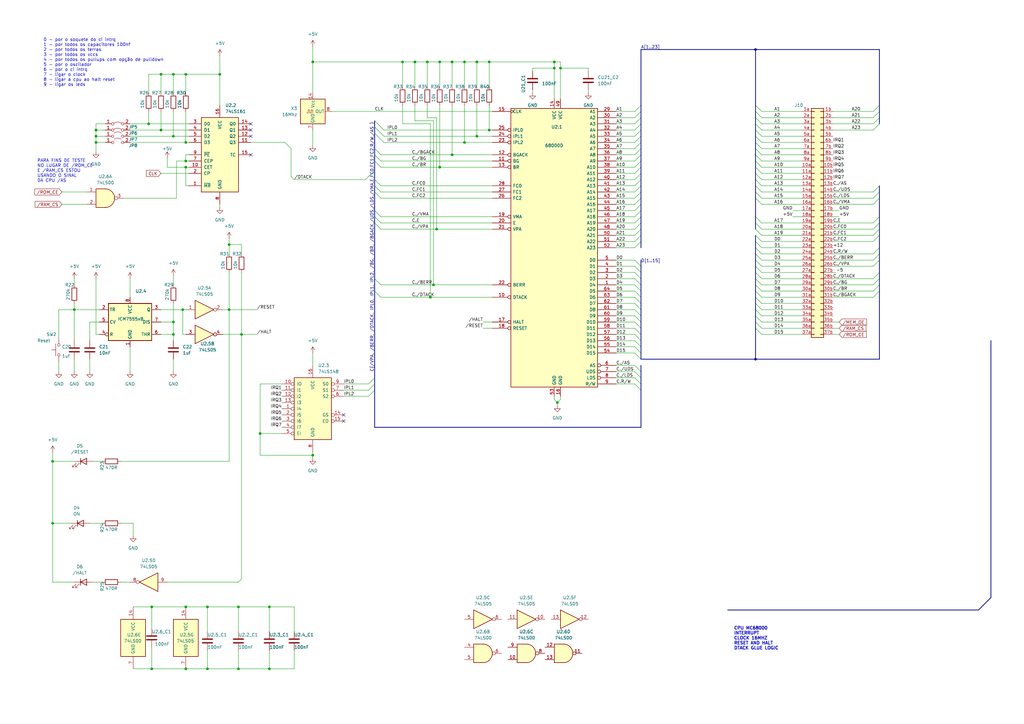
<source format=kicad_sch>
(kicad_sch (version 20230121) (generator eeschema)
  (paper "A3")
  (junction (at 309.88 147.32))
  (junction (at 76.2 68.58))
  (junction (at 128.27 186.69))
  (junction (at 180.34 68.58))
  (junction (at 200.66 25.4))
  (junction (at 170.18 25.4))
  (junction (at 106.68 177.8))
  (junction (at 74.93 127))
  (junction (at 71.12 137.16))
  (junction (at 90.17 30.48))
  (junction (at 93.98 127))
  (junction (at 177.8 116.84))
  (junction (at 93.98 100.33))
  (junction (at 227.33 27.94))
  (junction (at 185.42 63.5))
  (junction (at 62.23 248.92))
  (junction (at 76.2 248.92))
  (junction (at 128.27 25.4))
  (junction (at 76.2 274.32))
  (junction (at 39.37 53.34))
  (junction (at 62.23 274.32))
  (junction (at 229.87 27.94))
  (junction (at 76.2 58.42))
  (junction (at 110.49 274.32))
  (junction (at 190.5 58.42))
  (junction (at 85.09 248.92))
  (junction (at 39.37 58.42))
  (junction (at 176.53 121.92))
  (junction (at 175.26 25.4))
  (junction (at 195.58 25.4))
  (junction (at 76.2 30.48))
  (junction (at 227.33 25.4))
  (junction (at 60.96 50.8))
  (junction (at 97.79 248.92))
  (junction (at 71.12 30.48))
  (junction (at 165.1 25.4))
  (junction (at 185.42 25.4))
  (junction (at 21.59 214.63))
  (junction (at 21.59 189.23))
  (junction (at 99.06 137.16))
  (junction (at 190.5 25.4))
  (junction (at 200.66 53.34))
  (junction (at 71.12 132.08))
  (junction (at 179.07 93.98))
  (junction (at 71.12 55.88))
  (junction (at 195.58 55.88))
  (junction (at 76.2 66.04))
  (junction (at 228.6 165.1))
  (junction (at 97.79 274.32))
  (junction (at 309.88 20.32))
  (junction (at 180.34 25.4))
  (junction (at 66.04 30.48))
  (junction (at 66.04 53.34))
  (junction (at 39.37 55.88))
  (junction (at 110.49 248.92))
  (junction (at 85.09 274.32))
  (junction (at 30.48 127))
  (no_connect (at 102.87 63.5))
  (no_connect (at 102.87 55.88))
  (no_connect (at 140.97 172.72))
  (no_connect (at 140.97 170.18))
  (no_connect (at 102.87 50.8))
  (no_connect (at 102.87 53.34))
  (bus_entry (at 309.88 76.2) (size 2.54 2.54))
  (bus_entry (at 309.88 66.04) (size 2.54 2.54))
  (bus_entry (at 262.89 50.8) (size -2.54 2.54))
  (bus_entry (at 153.67 49.53) (size 2.54 2.54))
  (bus_entry (at 309.88 99.06) (size 2.54 2.54))
  (bus_entry (at 309.88 96.52) (size 2.54 2.54))
  (bus_entry (at 153.67 114.3) (size 2.54 2.54))
  (bus_entry (at 262.89 137.16) (size -2.54 -2.54))
  (bus_entry (at 153.67 88.9) (size 2.54 2.54))
  (bus_entry (at 153.67 52.07) (size 2.54 2.54))
  (bus_entry (at 309.88 60.96) (size 2.54 2.54))
  (bus_entry (at 309.88 132.08) (size 2.54 2.54))
  (bus_entry (at 309.88 78.74) (size 2.54 2.54))
  (bus_entry (at 262.89 147.32) (size -2.54 -2.54))
  (bus_entry (at 262.89 73.66) (size -2.54 2.54))
  (bus_entry (at 360.68 106.68) (size -2.54 2.54))
  (bus_entry (at 262.89 91.44) (size -2.54 2.54))
  (bus_entry (at 360.68 119.38) (size -2.54 2.54))
  (bus_entry (at 309.88 91.44) (size 2.54 2.54))
  (bus_entry (at 309.88 119.38) (size 2.54 2.54))
  (bus_entry (at 360.68 81.28) (size -2.54 2.54))
  (bus_entry (at 262.89 154.94) (size -2.54 -2.54))
  (bus_entry (at 309.88 63.5) (size 2.54 2.54))
  (bus_entry (at 153.67 86.36) (size 2.54 2.54))
  (bus_entry (at 153.67 78.74) (size 2.54 2.54))
  (bus_entry (at 153.67 157.48) (size -2.54 2.54))
  (bus_entry (at 262.89 88.9) (size -2.54 2.54))
  (bus_entry (at 309.88 106.68) (size 2.54 2.54))
  (bus_entry (at 309.88 127) (size 2.54 2.54))
  (bus_entry (at 262.89 114.3) (size -2.54 -2.54))
  (bus_entry (at 309.88 48.26) (size 2.54 2.54))
  (bus_entry (at 360.68 91.44) (size -2.54 2.54))
  (bus_entry (at 262.89 152.4) (size -2.54 -2.54))
  (bus_entry (at 262.89 60.96) (size -2.54 2.54))
  (bus_entry (at 262.89 119.38) (size -2.54 -2.54))
  (bus_entry (at 153.67 60.96) (size 2.54 2.54))
  (bus_entry (at 262.89 55.88) (size -2.54 2.54))
  (bus_entry (at 360.68 101.6) (size -2.54 2.54))
  (bus_entry (at 309.88 45.72) (size 2.54 2.54))
  (bus_entry (at 262.89 93.98) (size -2.54 2.54))
  (bus_entry (at 309.88 129.54) (size 2.54 2.54))
  (bus_entry (at 262.89 132.08) (size -2.54 -2.54))
  (bus_entry (at 309.88 43.18) (size 2.54 2.54))
  (bus_entry (at 153.67 73.66) (size 2.54 2.54))
  (bus_entry (at 153.67 63.5) (size 2.54 2.54))
  (bus_entry (at 262.89 116.84) (size -2.54 -2.54))
  (bus_entry (at 309.88 73.66) (size 2.54 2.54))
  (bus_entry (at 309.88 121.92) (size 2.54 2.54))
  (bus_entry (at 262.89 109.22) (size -2.54 -2.54))
  (bus_entry (at 360.68 50.8) (size -2.54 2.54))
  (bus_entry (at 262.89 127) (size -2.54 -2.54))
  (bus_entry (at 360.68 96.52) (size -2.54 2.54))
  (bus_entry (at 309.88 58.42) (size 2.54 2.54))
  (bus_entry (at 262.89 58.42) (size -2.54 2.54))
  (bus_entry (at 262.89 81.28) (size -2.54 2.54))
  (bus_entry (at 309.88 104.14) (size 2.54 2.54))
  (bus_entry (at 153.67 160.02) (size -2.54 2.54))
  (bus_entry (at 262.89 78.74) (size -2.54 2.54))
  (bus_entry (at 360.68 93.98) (size -2.54 2.54))
  (bus_entry (at 262.89 142.24) (size -2.54 -2.54))
  (bus_entry (at 309.88 55.88) (size 2.54 2.54))
  (bus_entry (at 360.68 76.2) (size -2.54 2.54))
  (bus_entry (at 262.89 53.34) (size -2.54 2.54))
  (bus_entry (at 360.68 78.74) (size -2.54 2.54))
  (bus_entry (at 262.89 124.46) (size -2.54 -2.54))
  (bus_entry (at 153.67 66.04) (size 2.54 2.54))
  (bus_entry (at 262.89 134.62) (size -2.54 -2.54))
  (bus_entry (at 309.88 109.22) (size 2.54 2.54))
  (bus_entry (at 309.88 81.28) (size 2.54 2.54))
  (bus_entry (at 309.88 114.3) (size 2.54 2.54))
  (bus_entry (at 262.89 86.36) (size -2.54 2.54))
  (bus_entry (at 262.89 83.82) (size -2.54 2.54))
  (bus_entry (at 153.67 91.44) (size 2.54 2.54))
  (bus_entry (at 262.89 144.78) (size -2.54 -2.54))
  (bus_entry (at 309.88 71.12) (size 2.54 2.54))
  (bus_entry (at 262.89 68.58) (size -2.54 2.54))
  (bus_entry (at 309.88 124.46) (size 2.54 2.54))
  (bus_entry (at 262.89 76.2) (size -2.54 2.54))
  (bus_entry (at 309.88 53.34) (size 2.54 2.54))
  (bus_entry (at 262.89 99.06) (size -2.54 2.54))
  (bus_entry (at 153.67 154.94) (size -2.54 2.54))
  (bus_entry (at 262.89 129.54) (size -2.54 -2.54))
  (bus_entry (at 360.68 104.14) (size -2.54 2.54))
  (bus_entry (at 309.88 88.9) (size 2.54 2.54))
  (bus_entry (at 360.68 116.84) (size -2.54 2.54))
  (bus_entry (at 262.89 48.26) (size -2.54 2.54))
  (bus_entry (at 153.67 119.38) (size 2.54 2.54))
  (bus_entry (at 262.89 157.48) (size -2.54 -2.54))
  (bus_entry (at 153.67 76.2) (size 2.54 2.54))
  (bus_entry (at 309.88 93.98) (size 2.54 2.54))
  (bus_entry (at 262.89 43.18) (size -2.54 2.54))
  (bus_entry (at 309.88 111.76) (size 2.54 2.54))
  (bus_entry (at 309.88 101.6) (size 2.54 2.54))
  (bus_entry (at 262.89 71.12) (size -2.54 2.54))
  (bus_entry (at 262.89 111.76) (size -2.54 -2.54))
  (bus_entry (at 262.89 139.7) (size -2.54 -2.54))
  (bus_entry (at 360.68 114.3) (size -2.54 2.54))
  (bus_entry (at 262.89 63.5) (size -2.54 2.54))
  (bus_entry (at 360.68 111.76) (size -2.54 2.54))
  (bus_entry (at 153.67 69.85) (size -2.54 2.54))
  (bus_entry (at 309.88 68.58) (size 2.54 2.54))
  (bus_entry (at 262.89 160.02) (size -2.54 -2.54))
  (bus_entry (at 309.88 50.8) (size 2.54 2.54))
  (bus_entry (at 153.67 54.61) (size 2.54 2.54))
  (bus_entry (at 262.89 66.04) (size -2.54 2.54))
  (bus_entry (at 360.68 45.72) (size -2.54 2.54))
  (bus_entry (at 262.89 45.72) (size -2.54 2.54))
  (bus_entry (at 309.88 116.84) (size 2.54 2.54))
  (bus_entry (at 309.88 134.62) (size 2.54 2.54))
  (bus_entry (at 262.89 121.92) (size -2.54 -2.54))
  (bus_entry (at 262.89 96.52) (size -2.54 2.54))
  (bus_entry (at 360.68 48.26) (size -2.54 2.54))
  (bus_entry (at 360.68 43.18) (size -2.54 2.54))
  (bus_entry (at 360.68 88.9) (size -2.54 2.54))
  (bus (pts (xy 262.89 116.84) (xy 262.89 119.38)))
  (wire (pts (xy 106.68 157.48) (xy 106.68 177.8)))
  (wire (pts (xy 312.42 93.98) (xy 328.93 93.98)))
  (bus (pts (xy 153.67 88.9) (xy 153.67 91.44)))
  (wire (pts (xy 252.73 66.04) (xy 260.35 66.04)))
  (bus (pts (xy 262.89 134.62) (xy 262.89 137.16)))
  (bus (pts (xy 309.88 121.92) (xy 309.88 124.46)))
  (wire (pts (xy 76.2 63.5) (xy 76.2 66.04)))
  (bus (pts (xy 262.89 91.44) (xy 262.89 93.98)))
  (wire (pts (xy 200.66 25.4) (xy 227.33 25.4)))
  (bus (pts (xy 360.68 20.32) (xy 360.68 43.18)))
  (wire (pts (xy 177.8 49.53) (xy 177.8 116.84)))
  (wire (pts (xy 110.49 274.32) (xy 120.65 274.32)))
  (wire (pts (xy 66.04 127) (xy 74.93 127)))
  (wire (pts (xy 50.8 81.28) (xy 72.39 81.28)))
  (wire (pts (xy 252.73 127) (xy 260.35 127)))
  (wire (pts (xy 76.2 63.5) (xy 77.47 63.5)))
  (bus (pts (xy 309.88 55.88) (xy 309.88 58.42)))
  (bus (pts (xy 262.89 76.2) (xy 262.89 78.74)))
  (wire (pts (xy 252.73 152.4) (xy 260.35 152.4)))
  (wire (pts (xy 36.83 132.08) (xy 36.83 139.7)))
  (wire (pts (xy 116.84 58.42) (xy 119.38 60.96)))
  (wire (pts (xy 106.68 177.8) (xy 106.68 186.69)))
  (bus (pts (xy 309.88 76.2) (xy 309.88 78.74)))
  (bus (pts (xy 309.88 119.38) (xy 309.88 121.92)))
  (wire (pts (xy 358.14 81.28) (xy 341.63 81.28)))
  (bus (pts (xy 262.89 139.7) (xy 262.89 142.24)))
  (wire (pts (xy 195.58 25.4) (xy 195.58 35.56)))
  (bus (pts (xy 153.67 60.96) (xy 153.67 63.5)))
  (wire (pts (xy 177.8 116.84) (xy 201.93 116.84)))
  (bus (pts (xy 262.89 144.78) (xy 262.89 147.32)))
  (wire (pts (xy 157.48 55.88) (xy 195.58 55.88)))
  (wire (pts (xy 76.2 68.58) (xy 77.47 68.58)))
  (wire (pts (xy 54.61 274.32) (xy 62.23 274.32)))
  (wire (pts (xy 68.58 64.77) (xy 68.58 68.58)))
  (bus (pts (xy 309.88 101.6) (xy 309.88 104.14)))
  (wire (pts (xy 325.12 86.36) (xy 328.93 86.36)))
  (wire (pts (xy 156.21 91.44) (xy 201.93 91.44)))
  (bus (pts (xy 262.89 20.32) (xy 262.89 43.18)))
  (wire (pts (xy 85.09 248.92) (xy 85.09 259.08)))
  (wire (pts (xy 105.41 137.16) (xy 99.06 137.16)))
  (wire (pts (xy 312.42 114.3) (xy 328.93 114.3)))
  (wire (pts (xy 312.42 116.84) (xy 328.93 116.84)))
  (wire (pts (xy 156.21 68.58) (xy 180.34 68.58)))
  (wire (pts (xy 128.27 144.78) (xy 128.27 149.86)))
  (wire (pts (xy 252.73 76.2) (xy 260.35 76.2)))
  (wire (pts (xy 119.38 60.96) (xy 119.38 72.39)))
  (bus (pts (xy 360.68 45.72) (xy 360.68 48.26)))
  (wire (pts (xy 312.42 76.2) (xy 328.93 76.2)))
  (wire (pts (xy 252.73 81.28) (xy 260.35 81.28)))
  (wire (pts (xy 39.37 58.42) (xy 43.18 58.42)))
  (wire (pts (xy 175.26 25.4) (xy 180.34 25.4)))
  (bus (pts (xy 360.68 76.2) (xy 360.68 78.74)))
  (wire (pts (xy 252.73 106.68) (xy 260.35 106.68)))
  (wire (pts (xy 252.73 109.22) (xy 260.35 109.22)))
  (wire (pts (xy 175.26 48.26) (xy 179.07 48.26)))
  (bus (pts (xy 262.89 124.46) (xy 262.89 127)))
  (wire (pts (xy 76.2 30.48) (xy 90.17 30.48)))
  (bus (pts (xy 309.88 104.14) (xy 309.88 106.68)))
  (wire (pts (xy 312.42 119.38) (xy 328.93 119.38)))
  (wire (pts (xy 252.73 86.36) (xy 260.35 86.36)))
  (wire (pts (xy 25.4 78.74) (xy 35.56 78.74)))
  (wire (pts (xy 93.98 111.76) (xy 93.98 127)))
  (wire (pts (xy 358.14 109.22) (xy 341.63 109.22)))
  (wire (pts (xy 312.42 104.14) (xy 328.93 104.14)))
  (wire (pts (xy 128.27 25.4) (xy 128.27 38.1)))
  (wire (pts (xy 312.42 109.22) (xy 328.93 109.22)))
  (bus (pts (xy 309.88 53.34) (xy 309.88 55.88)))
  (wire (pts (xy 30.48 127) (xy 40.64 127)))
  (wire (pts (xy 156.21 76.2) (xy 201.93 76.2)))
  (bus (pts (xy 298.45 250.19) (xy 401.32 250.19)))
  (wire (pts (xy 71.12 137.16) (xy 71.12 139.7)))
  (wire (pts (xy 358.14 96.52) (xy 341.63 96.52)))
  (wire (pts (xy 179.07 93.98) (xy 201.93 93.98)))
  (wire (pts (xy 90.17 22.86) (xy 90.17 30.48)))
  (wire (pts (xy 110.49 259.08) (xy 110.49 248.92)))
  (wire (pts (xy 179.07 48.26) (xy 179.07 93.98)))
  (wire (pts (xy 71.12 30.48) (xy 71.12 38.1)))
  (bus (pts (xy 262.89 48.26) (xy 262.89 50.8)))
  (wire (pts (xy 312.42 68.58) (xy 328.93 68.58)))
  (wire (pts (xy 156.21 52.07) (xy 157.48 53.34)))
  (bus (pts (xy 153.67 175.26) (xy 262.89 175.26)))
  (bus (pts (xy 262.89 78.74) (xy 262.89 81.28)))
  (bus (pts (xy 309.88 127) (xy 309.88 129.54)))
  (wire (pts (xy 62.23 248.92) (xy 76.2 248.92)))
  (wire (pts (xy 156.21 54.61) (xy 157.48 55.88)))
  (wire (pts (xy 30.48 124.46) (xy 30.48 127)))
  (wire (pts (xy 21.59 214.63) (xy 29.21 214.63)))
  (wire (pts (xy 72.39 66.04) (xy 76.2 66.04)))
  (wire (pts (xy 60.96 45.72) (xy 60.96 50.8)))
  (wire (pts (xy 39.37 53.34) (xy 39.37 55.88)))
  (wire (pts (xy 252.73 114.3) (xy 260.35 114.3)))
  (wire (pts (xy 252.73 55.88) (xy 260.35 55.88)))
  (bus (pts (xy 262.89 127) (xy 262.89 129.54)))
  (wire (pts (xy 252.73 53.34) (xy 260.35 53.34)))
  (wire (pts (xy 66.04 132.08) (xy 71.12 132.08)))
  (wire (pts (xy 128.27 59.69) (xy 128.27 53.34)))
  (wire (pts (xy 341.63 53.34) (xy 358.14 53.34)))
  (wire (pts (xy 344.17 134.62) (xy 341.63 134.62)))
  (bus (pts (xy 262.89 83.82) (xy 262.89 86.36)))
  (bus (pts (xy 153.67 69.85) (xy 153.67 73.66)))
  (wire (pts (xy 76.2 274.32) (xy 85.09 274.32)))
  (bus (pts (xy 360.68 78.74) (xy 360.68 81.28)))
  (bus (pts (xy 360.68 81.28) (xy 360.68 88.9)))
  (wire (pts (xy 227.33 25.4) (xy 229.87 25.4)))
  (wire (pts (xy 241.3 36.83) (xy 241.3 38.1)))
  (wire (pts (xy 39.37 50.8) (xy 39.37 53.34)))
  (bus (pts (xy 406.4 139.7) (xy 406.4 245.11)))
  (wire (pts (xy 71.12 132.08) (xy 71.12 137.16)))
  (wire (pts (xy 200.66 43.18) (xy 200.66 53.34)))
  (wire (pts (xy 156.21 93.98) (xy 179.07 93.98)))
  (wire (pts (xy 227.33 162.56) (xy 227.33 163.83)))
  (bus (pts (xy 262.89 71.12) (xy 262.89 73.66)))
  (wire (pts (xy 358.14 91.44) (xy 341.63 91.44)))
  (wire (pts (xy 170.18 43.18) (xy 170.18 49.53)))
  (wire (pts (xy 76.2 76.2) (xy 77.47 76.2)))
  (wire (pts (xy 312.42 66.04) (xy 328.93 66.04)))
  (wire (pts (xy 128.27 186.69) (xy 128.27 185.42)))
  (bus (pts (xy 153.67 91.44) (xy 153.67 114.3)))
  (wire (pts (xy 252.73 93.98) (xy 260.35 93.98)))
  (wire (pts (xy 344.17 137.16) (xy 341.63 137.16)))
  (wire (pts (xy 165.1 25.4) (xy 170.18 25.4)))
  (bus (pts (xy 153.67 63.5) (xy 153.67 66.04)))
  (wire (pts (xy 252.73 63.5) (xy 260.35 63.5)))
  (bus (pts (xy 309.88 147.32) (xy 360.68 147.32)))
  (wire (pts (xy 99.06 100.33) (xy 99.06 104.14)))
  (wire (pts (xy 190.5 58.42) (xy 201.93 58.42)))
  (wire (pts (xy 190.5 43.18) (xy 190.5 58.42)))
  (wire (pts (xy 227.33 27.94) (xy 227.33 40.64)))
  (wire (pts (xy 358.14 119.38) (xy 341.63 119.38)))
  (wire (pts (xy 252.73 157.48) (xy 260.35 157.48)))
  (wire (pts (xy 180.34 43.18) (xy 180.34 68.58)))
  (wire (pts (xy 151.13 162.56) (xy 140.97 162.56)))
  (wire (pts (xy 53.34 238.76) (xy 49.53 238.76)))
  (wire (pts (xy 68.58 68.58) (xy 76.2 68.58)))
  (wire (pts (xy 229.87 25.4) (xy 229.87 27.94)))
  (wire (pts (xy 151.13 160.02) (xy 140.97 160.02)))
  (wire (pts (xy 53.34 55.88) (xy 71.12 55.88)))
  (wire (pts (xy 185.42 25.4) (xy 190.5 25.4)))
  (wire (pts (xy 358.14 99.06) (xy 341.63 99.06)))
  (bus (pts (xy 153.67 78.74) (xy 153.67 86.36)))
  (wire (pts (xy 176.53 50.8) (xy 176.53 121.92)))
  (bus (pts (xy 309.88 134.62) (xy 309.88 147.32)))
  (wire (pts (xy 165.1 43.18) (xy 165.1 50.8)))
  (bus (pts (xy 262.89 121.92) (xy 262.89 124.46)))
  (wire (pts (xy 39.37 58.42) (xy 39.37 62.23)))
  (wire (pts (xy 252.73 116.84) (xy 260.35 116.84)))
  (bus (pts (xy 262.89 142.24) (xy 262.89 144.78)))
  (wire (pts (xy 74.93 127) (xy 76.2 127)))
  (wire (pts (xy 252.73 134.62) (xy 260.35 134.62)))
  (wire (pts (xy 149.86 73.66) (xy 120.65 73.66)))
  (bus (pts (xy 262.89 20.32) (xy 309.88 20.32)))
  (wire (pts (xy 218.44 27.94) (xy 227.33 27.94)))
  (wire (pts (xy 252.73 45.72) (xy 260.35 45.72)))
  (bus (pts (xy 153.67 119.38) (xy 153.67 154.94)))
  (wire (pts (xy 66.04 71.12) (xy 77.47 71.12)))
  (wire (pts (xy 60.96 30.48) (xy 66.04 30.48)))
  (wire (pts (xy 66.04 53.34) (xy 77.47 53.34)))
  (wire (pts (xy 39.37 114.3) (xy 39.37 137.16)))
  (wire (pts (xy 102.87 58.42) (xy 116.84 58.42)))
  (wire (pts (xy 21.59 238.76) (xy 30.48 238.76)))
  (wire (pts (xy 252.73 139.7) (xy 260.35 139.7)))
  (wire (pts (xy 99.06 111.76) (xy 99.06 137.16)))
  (bus (pts (xy 309.88 68.58) (xy 309.88 71.12)))
  (wire (pts (xy 312.42 45.72) (xy 328.93 45.72)))
  (bus (pts (xy 360.68 96.52) (xy 360.68 101.6)))
  (wire (pts (xy 341.63 45.72) (xy 358.14 45.72)))
  (bus (pts (xy 262.89 96.52) (xy 262.89 99.06)))
  (wire (pts (xy 180.34 25.4) (xy 185.42 25.4)))
  (bus (pts (xy 262.89 43.18) (xy 262.89 45.72)))
  (wire (pts (xy 99.06 137.16) (xy 99.06 237.49)))
  (bus (pts (xy 360.68 88.9) (xy 360.68 91.44)))
  (bus (pts (xy 262.89 129.54) (xy 262.89 132.08)))
  (wire (pts (xy 53.34 114.3) (xy 53.34 121.92)))
  (wire (pts (xy 252.73 142.24) (xy 260.35 142.24)))
  (wire (pts (xy 156.21 57.15) (xy 157.48 58.42)))
  (wire (pts (xy 157.48 53.34) (xy 200.66 53.34)))
  (wire (pts (xy 120.65 73.66) (xy 119.38 72.39)))
  (wire (pts (xy 93.98 100.33) (xy 93.98 104.14)))
  (wire (pts (xy 41.91 189.23) (xy 38.1 189.23)))
  (bus (pts (xy 309.88 132.08) (xy 309.88 134.62)))
  (bus (pts (xy 262.89 149.86) (xy 262.89 152.4)))
  (wire (pts (xy 85.09 248.92) (xy 97.79 248.92)))
  (wire (pts (xy 156.21 88.9) (xy 201.93 88.9)))
  (wire (pts (xy 156.21 116.84) (xy 177.8 116.84)))
  (wire (pts (xy 41.91 238.76) (xy 38.1 238.76)))
  (wire (pts (xy 252.73 73.66) (xy 260.35 73.66)))
  (wire (pts (xy 156.21 66.04) (xy 201.93 66.04)))
  (wire (pts (xy 30.48 127) (xy 30.48 139.7)))
  (wire (pts (xy 36.83 132.08) (xy 40.64 132.08)))
  (wire (pts (xy 71.12 45.72) (xy 71.12 55.88)))
  (bus (pts (xy 262.89 88.9) (xy 262.89 91.44)))
  (bus (pts (xy 262.89 50.8) (xy 262.89 53.34)))
  (wire (pts (xy 252.73 68.58) (xy 260.35 68.58)))
  (wire (pts (xy 66.04 30.48) (xy 71.12 30.48)))
  (wire (pts (xy 106.68 186.69) (xy 128.27 186.69)))
  (wire (pts (xy 252.73 119.38) (xy 260.35 119.38)))
  (wire (pts (xy 71.12 124.46) (xy 71.12 132.08)))
  (bus (pts (xy 309.88 60.96) (xy 309.88 63.5)))
  (bus (pts (xy 262.89 106.68) (xy 262.89 109.22)))
  (bus (pts (xy 153.67 76.2) (xy 153.67 78.74)))
  (wire (pts (xy 151.13 157.48) (xy 140.97 157.48)))
  (wire (pts (xy 198.12 132.08) (xy 201.93 132.08)))
  (wire (pts (xy 97.79 274.32) (xy 110.49 274.32)))
  (bus (pts (xy 309.88 109.22) (xy 309.88 111.76)))
  (wire (pts (xy 252.73 132.08) (xy 260.35 132.08)))
  (wire (pts (xy 105.41 127) (xy 93.98 127)))
  (wire (pts (xy 66.04 137.16) (xy 71.12 137.16)))
  (wire (pts (xy 71.12 55.88) (xy 77.47 55.88)))
  (wire (pts (xy 156.21 63.5) (xy 185.42 63.5)))
  (wire (pts (xy 312.42 106.68) (xy 328.93 106.68)))
  (wire (pts (xy 190.5 25.4) (xy 195.58 25.4)))
  (bus (pts (xy 309.88 48.26) (xy 309.88 50.8)))
  (wire (pts (xy 312.42 91.44) (xy 328.93 91.44)))
  (bus (pts (xy 262.89 137.16) (xy 262.89 139.7)))
  (wire (pts (xy 170.18 25.4) (xy 170.18 35.56)))
  (wire (pts (xy 53.34 152.4) (xy 53.34 142.24)))
  (wire (pts (xy 90.17 30.48) (xy 90.17 43.18)))
  (wire (pts (xy 36.83 152.4) (xy 36.83 147.32)))
  (bus (pts (xy 153.67 49.53) (xy 153.67 52.07)))
  (wire (pts (xy 60.96 30.48) (xy 60.96 38.1)))
  (bus (pts (xy 153.67 157.48) (xy 153.67 160.02)))
  (wire (pts (xy 72.39 66.04) (xy 72.39 81.28)))
  (bus (pts (xy 262.89 68.58) (xy 262.89 71.12)))
  (wire (pts (xy 229.87 27.94) (xy 241.3 27.94)))
  (wire (pts (xy 76.2 30.48) (xy 76.2 38.1)))
  (wire (pts (xy 24.13 127) (xy 30.48 127)))
  (wire (pts (xy 312.42 63.5) (xy 328.93 63.5)))
  (bus (pts (xy 360.68 111.76) (xy 360.68 114.3)))
  (bus (pts (xy 309.88 58.42) (xy 309.88 60.96)))
  (wire (pts (xy 76.2 68.58) (xy 76.2 76.2)))
  (bus (pts (xy 406.4 245.11) (xy 401.32 250.19)))
  (wire (pts (xy 195.58 55.88) (xy 201.93 55.88)))
  (bus (pts (xy 262.89 53.34) (xy 262.89 55.88)))
  (wire (pts (xy 30.48 152.4) (xy 30.48 147.32)))
  (wire (pts (xy 312.42 127) (xy 328.93 127)))
  (wire (pts (xy 252.73 50.8) (xy 260.35 50.8)))
  (wire (pts (xy 110.49 266.7) (xy 110.49 274.32)))
  (wire (pts (xy 85.09 274.32) (xy 85.09 266.7)))
  (wire (pts (xy 53.34 53.34) (xy 66.04 53.34)))
  (bus (pts (xy 309.88 91.44) (xy 309.88 93.98)))
  (bus (pts (xy 262.89 66.04) (xy 262.89 68.58)))
  (bus (pts (xy 153.67 86.36) (xy 153.67 88.9)))
  (wire (pts (xy 312.42 96.52) (xy 328.93 96.52)))
  (wire (pts (xy 252.73 88.9) (xy 260.35 88.9)))
  (bus (pts (xy 309.88 43.18) (xy 309.88 45.72)))
  (wire (pts (xy 198.12 134.62) (xy 201.93 134.62)))
  (wire (pts (xy 39.37 137.16) (xy 40.64 137.16)))
  (wire (pts (xy 252.73 48.26) (xy 260.35 48.26)))
  (wire (pts (xy 90.17 85.09) (xy 90.17 83.82)))
  (wire (pts (xy 252.73 83.82) (xy 260.35 83.82)))
  (bus (pts (xy 309.88 45.72) (xy 309.88 48.26)))
  (bus (pts (xy 360.68 106.68) (xy 360.68 111.76)))
  (wire (pts (xy 252.73 121.92) (xy 260.35 121.92)))
  (wire (pts (xy 227.33 163.83) (xy 228.6 165.1)))
  (wire (pts (xy 252.73 71.12) (xy 260.35 71.12)))
  (wire (pts (xy 39.37 55.88) (xy 43.18 55.88)))
  (bus (pts (xy 262.89 160.02) (xy 262.89 175.26)))
  (wire (pts (xy 312.42 60.96) (xy 328.93 60.96)))
  (bus (pts (xy 360.68 104.14) (xy 360.68 106.68)))
  (bus (pts (xy 309.88 71.12) (xy 309.88 73.66)))
  (wire (pts (xy 312.42 101.6) (xy 328.93 101.6)))
  (bus (pts (xy 153.67 114.3) (xy 153.67 119.38)))
  (wire (pts (xy 190.5 25.4) (xy 190.5 35.56)))
  (wire (pts (xy 74.93 127) (xy 74.93 137.16)))
  (bus (pts (xy 309.88 111.76) (xy 309.88 114.3)))
  (bus (pts (xy 153.67 160.02) (xy 153.67 175.26)))
  (wire (pts (xy 312.42 55.88) (xy 328.93 55.88)))
  (wire (pts (xy 312.42 121.92) (xy 328.93 121.92)))
  (wire (pts (xy 41.91 214.63) (xy 36.83 214.63)))
  (wire (pts (xy 93.98 127) (xy 91.44 127)))
  (wire (pts (xy 252.73 144.78) (xy 260.35 144.78)))
  (wire (pts (xy 180.34 68.58) (xy 201.93 68.58)))
  (bus (pts (xy 360.68 119.38) (xy 360.68 147.32)))
  (wire (pts (xy 312.42 111.76) (xy 328.93 111.76)))
  (wire (pts (xy 312.42 53.34) (xy 328.93 53.34)))
  (wire (pts (xy 344.17 88.9) (xy 341.63 88.9)))
  (wire (pts (xy 30.48 114.3) (xy 30.48 116.84)))
  (bus (pts (xy 360.68 114.3) (xy 360.68 116.84)))
  (wire (pts (xy 62.23 274.32) (xy 62.23 265.43)))
  (wire (pts (xy 358.14 78.74) (xy 341.63 78.74)))
  (wire (pts (xy 312.42 134.62) (xy 328.93 134.62)))
  (wire (pts (xy 99.06 137.16) (xy 91.44 137.16)))
  (wire (pts (xy 252.73 101.6) (xy 260.35 101.6)))
  (wire (pts (xy 97.79 259.08) (xy 97.79 248.92)))
  (wire (pts (xy 195.58 43.18) (xy 195.58 55.88)))
  (wire (pts (xy 252.73 129.54) (xy 260.35 129.54)))
  (wire (pts (xy 170.18 49.53) (xy 177.8 49.53)))
  (wire (pts (xy 24.13 127) (xy 24.13 138.43)))
  (bus (pts (xy 309.88 96.52) (xy 309.88 99.06)))
  (wire (pts (xy 312.42 58.42) (xy 328.93 58.42)))
  (wire (pts (xy 93.98 127) (xy 93.98 189.23)))
  (wire (pts (xy 312.42 81.28) (xy 328.93 81.28)))
  (wire (pts (xy 49.53 214.63) (xy 54.61 214.63)))
  (wire (pts (xy 156.21 78.74) (xy 201.93 78.74)))
  (bus (pts (xy 153.67 54.61) (xy 153.67 60.96)))
  (wire (pts (xy 135.89 45.72) (xy 201.93 45.72)))
  (bus (pts (xy 309.88 114.3) (xy 309.88 116.84)))
  (wire (pts (xy 358.14 114.3) (xy 341.63 114.3)))
  (wire (pts (xy 71.12 152.4) (xy 71.12 147.32)))
  (wire (pts (xy 39.37 50.8) (xy 43.18 50.8)))
  (wire (pts (xy 76.2 45.72) (xy 76.2 58.42)))
  (wire (pts (xy 358.14 121.92) (xy 341.63 121.92)))
  (bus (pts (xy 309.88 106.68) (xy 309.88 109.22)))
  (bus (pts (xy 262.89 152.4) (xy 262.89 154.94)))
  (bus (pts (xy 309.88 73.66) (xy 309.88 76.2)))
  (wire (pts (xy 128.27 187.96) (xy 128.27 186.69)))
  (bus (pts (xy 262.89 55.88) (xy 262.89 58.42)))
  (bus (pts (xy 153.67 154.94) (xy 153.67 157.48)))
  (wire (pts (xy 341.63 86.36) (xy 344.17 86.36)))
  (wire (pts (xy 120.65 259.08) (xy 120.65 248.92)))
  (wire (pts (xy 325.12 88.9) (xy 328.93 88.9)))
  (bus (pts (xy 262.89 93.98) (xy 262.89 96.52)))
  (wire (pts (xy 93.98 100.33) (xy 99.06 100.33)))
  (wire (pts (xy 156.21 121.92) (xy 176.53 121.92)))
  (wire (pts (xy 358.14 104.14) (xy 341.63 104.14)))
  (wire (pts (xy 157.48 58.42) (xy 190.5 58.42)))
  (wire (pts (xy 312.42 73.66) (xy 328.93 73.66)))
  (wire (pts (xy 218.44 27.94) (xy 218.44 29.21)))
  (wire (pts (xy 312.42 78.74) (xy 328.93 78.74)))
  (wire (pts (xy 312.42 50.8) (xy 328.93 50.8)))
  (wire (pts (xy 66.04 45.72) (xy 66.04 53.34)))
  (wire (pts (xy 252.73 78.74) (xy 260.35 78.74)))
  (wire (pts (xy 93.98 97.79) (xy 93.98 100.33)))
  (wire (pts (xy 252.73 137.16) (xy 260.35 137.16)))
  (bus (pts (xy 262.89 157.48) (xy 262.89 160.02)))
  (wire (pts (xy 241.3 27.94) (xy 241.3 29.21)))
  (wire (pts (xy 229.87 27.94) (xy 229.87 40.64)))
  (wire (pts (xy 66.04 30.48) (xy 66.04 38.1)))
  (wire (pts (xy 252.73 99.06) (xy 260.35 99.06)))
  (wire (pts (xy 106.68 177.8) (xy 115.57 177.8)))
  (wire (pts (xy 21.59 185.42) (xy 21.59 189.23)))
  (wire (pts (xy 62.23 274.32) (xy 76.2 274.32)))
  (bus (pts (xy 262.89 45.72) (xy 262.89 48.26)))
  (bus (pts (xy 262.89 114.3) (xy 262.89 116.84)))
  (bus (pts (xy 262.89 86.36) (xy 262.89 88.9)))
  (wire (pts (xy 312.42 99.06) (xy 328.93 99.06)))
  (bus (pts (xy 262.89 147.32) (xy 309.88 147.32)))
  (wire (pts (xy 85.09 274.32) (xy 97.79 274.32)))
  (bus (pts (xy 262.89 63.5) (xy 262.89 66.04)))
  (wire (pts (xy 74.93 137.16) (xy 76.2 137.16)))
  (wire (pts (xy 54.61 248.92) (xy 62.23 248.92)))
  (bus (pts (xy 262.89 81.28) (xy 262.89 83.82)))
  (bus (pts (xy 309.88 20.32) (xy 309.88 43.18)))
  (wire (pts (xy 54.61 214.63) (xy 54.61 219.71)))
  (bus (pts (xy 309.88 81.28) (xy 309.88 88.9)))
  (wire (pts (xy 176.53 121.92) (xy 201.93 121.92)))
  (wire (pts (xy 39.37 55.88) (xy 39.37 58.42)))
  (wire (pts (xy 344.17 132.08) (xy 341.63 132.08)))
  (bus (pts (xy 262.89 111.76) (xy 262.89 114.3)))
  (bus (pts (xy 309.88 99.06) (xy 309.88 101.6)))
  (wire (pts (xy 252.73 91.44) (xy 260.35 91.44)))
  (wire (pts (xy 218.44 38.1) (xy 218.44 36.83)))
  (wire (pts (xy 252.73 60.96) (xy 260.35 60.96)))
  (wire (pts (xy 24.13 152.4) (xy 24.13 148.59)))
  (wire (pts (xy 195.58 25.4) (xy 200.66 25.4)))
  (bus (pts (xy 153.67 73.66) (xy 153.67 76.2)))
  (wire (pts (xy 62.23 257.81) (xy 62.23 248.92)))
  (wire (pts (xy 358.14 116.84) (xy 341.63 116.84)))
  (wire (pts (xy 128.27 19.05) (xy 128.27 25.4)))
  (wire (pts (xy 76.2 58.42) (xy 77.47 58.42)))
  (bus (pts (xy 309.88 63.5) (xy 309.88 66.04)))
  (wire (pts (xy 53.34 50.8) (xy 60.96 50.8)))
  (wire (pts (xy 165.1 25.4) (xy 165.1 35.56)))
  (wire (pts (xy 312.42 48.26) (xy 328.93 48.26)))
  (wire (pts (xy 312.42 124.46) (xy 328.93 124.46)))
  (bus (pts (xy 262.89 58.42) (xy 262.89 60.96)))
  (wire (pts (xy 342.9 111.76) (xy 341.63 111.76)))
  (wire (pts (xy 151.13 72.39) (xy 149.86 73.66)))
  (wire (pts (xy 252.73 149.86) (xy 260.35 149.86)))
  (wire (pts (xy 312.42 71.12) (xy 328.93 71.12)))
  (wire (pts (xy 175.26 43.18) (xy 175.26 48.26)))
  (wire (pts (xy 358.14 93.98) (xy 341.63 93.98)))
  (wire (pts (xy 252.73 124.46) (xy 260.35 124.46)))
  (wire (pts (xy 229.87 162.56) (xy 229.87 163.83)))
  (wire (pts (xy 200.66 25.4) (xy 200.66 35.56)))
  (wire (pts (xy 252.73 58.42) (xy 260.35 58.42)))
  (bus (pts (xy 360.68 116.84) (xy 360.68 119.38)))
  (wire (pts (xy 312.42 137.16) (xy 328.93 137.16)))
  (wire (pts (xy 76.2 66.04) (xy 77.47 66.04)))
  (wire (pts (xy 180.34 25.4) (xy 180.34 35.56)))
  (wire (pts (xy 185.42 43.18) (xy 185.42 63.5)))
  (wire (pts (xy 21.59 189.23) (xy 30.48 189.23)))
  (bus (pts (xy 309.88 50.8) (xy 309.88 53.34)))
  (wire (pts (xy 110.49 248.92) (xy 120.65 248.92)))
  (wire (pts (xy 175.26 25.4) (xy 175.26 35.56)))
  (bus (pts (xy 360.68 91.44) (xy 360.68 93.98)))
  (wire (pts (xy 39.37 53.34) (xy 43.18 53.34)))
  (bus (pts (xy 309.88 116.84) (xy 309.88 119.38)))
  (wire (pts (xy 106.68 157.48) (xy 115.57 157.48)))
  (wire (pts (xy 97.79 266.7) (xy 97.79 274.32)))
  (bus (pts (xy 360.68 101.6) (xy 360.68 104.14)))
  (wire (pts (xy 60.96 50.8) (xy 77.47 50.8)))
  (wire (pts (xy 120.65 266.7) (xy 120.65 274.32)))
  (bus (pts (xy 360.68 93.98) (xy 360.68 96.52)))
  (wire (pts (xy 341.63 50.8) (xy 358.14 50.8)))
  (wire (pts (xy 252.73 111.76) (xy 260.35 111.76)))
  (wire (pts (xy 185.42 63.5) (xy 201.93 63.5)))
  (wire (pts (xy 165.1 50.8) (xy 176.53 50.8)))
  (bus (pts (xy 360.68 48.26) (xy 360.68 50.8)))
  (bus (pts (xy 262.89 73.66) (xy 262.89 76.2)))
  (bus (pts (xy 153.67 66.04) (xy 153.67 69.85)))
  (wire (pts (xy 99.06 237.49) (xy 97.79 238.76)))
  (wire (pts (xy 358.14 83.82) (xy 341.63 83.82)))
  (bus (pts (xy 309.88 124.46) (xy 309.88 127)))
  (wire (pts (xy 76.2 248.92) (xy 85.09 248.92)))
  (bus (pts (xy 360.68 43.18) (xy 360.68 45.72)))
  (wire (pts (xy 49.53 189.23) (xy 93.98 189.23)))
  (wire (pts (xy 312.42 129.54) (xy 328.93 129.54)))
  (bus (pts (xy 262.89 119.38) (xy 262.89 121.92)))
  (wire (pts (xy 25.4 83.82) (xy 35.56 83.82)))
  (wire (pts (xy 170.18 25.4) (xy 175.26 25.4)))
  (wire (pts (xy 71.12 30.48) (xy 76.2 30.48)))
  (bus (pts (xy 309.88 88.9) (xy 309.88 91.44)))
  (wire (pts (xy 97.79 248.92) (xy 110.49 248.92)))
  (bus (pts (xy 262.89 60.96) (xy 262.89 63.5)))
  (bus (pts (xy 309.88 20.32) (xy 360.68 20.32)))
  (wire (pts (xy 53.34 58.42) (xy 76.2 58.42)))
  (bus (pts (xy 153.67 52.07) (xy 153.67 54.61)))
  (wire (pts (xy 68.58 238.76) (xy 97.79 238.76)))
  (wire (pts (xy 228.6 165.1) (xy 228.6 166.37)))
  (wire (pts (xy 21.59 238.76) (xy 21.59 214.63)))
  (bus (pts (xy 309.88 66.04) (xy 309.88 68.58)))
  (wire (pts (xy 228.6 165.1) (xy 229.87 163.83)))
  (wire (pts (xy 252.73 154.94) (xy 260.35 154.94)))
  (wire (pts (xy 341.63 48.26) (xy 358.14 48.26)))
  (bus (pts (xy 262.89 154.94) (xy 262.89 157.48)))
  (bus (pts (xy 262.89 109.22) (xy 262.89 111.76)))
  (wire (pts (xy 227.33 25.4) (xy 227.33 27.94)))
  (wire (pts (xy 128.27 25.4) (xy 165.1 25.4)))
  (bus (pts (xy 309.88 129.54) (xy 309.88 132.08)))
  (wire (pts (xy 312.42 132.08) (xy 328.93 132.08)))
  (bus (pts (xy 262.89 99.06) (xy 262.89 101.6)))
  (wire (pts (xy 156.21 81.28) (xy 201.93 81.28)))
  (wire (pts (xy 71.12 113.03) (xy 71.12 116.84)))
  (bus (pts (xy 309.88 78.74) (xy 309.88 81.28)))
  (wire (pts (xy 312.42 83.82) (xy 328.93 83.82)))
  (wire (pts (xy 185.42 25.4) (xy 185.42 35.56)))
  (wire (pts (xy 358.14 106.68) (xy 341.63 106.68)))
  (bus (pts (xy 262.89 132.08) (xy 262.89 134.62)))
  (wire (pts (xy 21.59 189.23) (xy 21.59 214.63)))
  (wire (pts (xy 252.73 96.52) (xy 260.35 96.52)))
  (wire (pts (xy 200.66 53.34) (xy 201.93 53.34)))
  (text "PARA FINS DE TESTE\nNO LUGAR DE /ROM_CE\nE /RAM_CS ESTOU \nUSANDO O SINAL \nDA CPU /AS \n" (at 15.24 74.93 0) (effects (font (size 1.27 1.27)) (justify left bottom)))
  (text "CPU MC68000\nINTERRUPT \nCLOCK 16MHZ\nRESET AND HALT\nDTACK GLUE LOGIC\n" (at 300.99 266.7 0) (effects (font (size 1.27 1.27) (thickness 0.254) bold) (justify left bottom)))
  (text "0 - por o soquete do ci intrq\n1 - por todos os capacitores 100nf\n2 - por todos os terras\n3 - por todos os vccs\n4 - por todos os pullups com opção de pulldown\n5 - por o oscilador\n6 - por o ci intrq\n7 - ligar o clock\n8 - ligar a cpu ao halt reset\n9 - ligar os leds" (at 17.78 35.56 0) (effects (font (size 1.27 1.27)) (justify left bottom)))
  (label "D11" (at 252.73 134.62 0))
  (label "A2" (at 317.5 48.26 0))
  (label "D[1..15]" (at 262.89 107.95 0))
  (label "A10" (at 252.73 68.58 0))
  (label "C.E" (at 341.63 91.44 0))
  (label "C.{slash}DTACK" (at 341.63 114.3 0))
  (label "{slash}RESET" (at 198.12 134.62 180))
  (label "A19" (at 317.5 96.52 0))
  (label "D2" (at 317.5 104.14 0))
  (label "C{{slash}VPA, {slash}BERR, {slash}DTACK, IPL0, IPL1, IPL2, {slash}BG, {slash}BR, {slash}BGACK,{slash}UDS,{slash}LDS,{slash}VMA,E,FC0,FC1,FC2,R{slash}W,{slash}AS }" (at 153.67 152.4 90))
  (label "A14" (at 317.5 78.74 0))
  (label "C.{slash}BGACK" (at 341.63 121.92 0))
  (label "IRQ1" (at 115.57 160.02 180))
  (label "D11" (at 317.5 127 0))
  (label "+5V" (at 344.17 88.9 0))
  (label "D5" (at 252.73 119.38 0))
  (label "A7" (at 252.73 60.96 0))
  (label "A15" (at 252.73 81.28 0))
  (label "A18" (at 252.73 88.9 0))
  (label "IRQ4" (at 341.63 66.04 0))
  (label "A21" (at 349.25 48.26 0))
  (label "A9" (at 252.73 66.04 0))
  (label "C.R{slash}W" (at 252.73 157.48 0))
  (label "GND" (at 344.17 86.36 0))
  (label "A19" (at 252.73 91.44 0))
  (label "A23" (at 252.73 101.6 0))
  (label "C.{slash}LDS" (at 252.73 154.94 0))
  (label "A13" (at 252.73 76.2 0))
  (label "A15" (at 317.5 81.28 0))
  (label "A3" (at 317.5 50.8 0))
  (label "A22" (at 349.25 50.8 0))
  (label "A5" (at 252.73 55.88 0))
  (label "{slash}RESET" (at 105.41 127 0))
  (label "A5" (at 317.5 55.88 0))
  (label "A12" (at 252.73 73.66 0))
  (label "C.{slash}VPA" (at 168.91 93.98 0))
  (label "GND" (at 325.12 86.36 180))
  (label "A6" (at 317.5 58.42 0))
  (label "{slash}HALT" (at 198.12 132.08 180))
  (label "D12" (at 317.5 129.54 0))
  (label "C.{slash}BG" (at 168.91 66.04 0))
  (label "D1" (at 252.73 109.22 0))
  (label "C.{slash}BG" (at 341.63 116.84 0))
  (label "C.{slash}BGACK" (at 168.91 63.5 0))
  (label "C.FC0" (at 341.63 93.98 0))
  (label "IRQ6" (at 341.63 71.12 0))
  (label "A[1..23]" (at 262.89 20.32 0))
  (label "C.{slash}VPA" (at 341.63 109.22 0))
  (label "A8" (at 317.5 63.5 0))
  (label "D9" (at 317.5 121.92 0))
  (label "D15" (at 317.5 137.16 0))
  (label "IRQ6" (at 115.57 172.72 180))
  (label "A1" (at 317.5 45.72 0))
  (label "A2" (at 252.73 48.26 0))
  (label "C.{slash}VMA" (at 341.63 83.82 0))
  (label "IPL2" (at 158.75 58.42 0))
  (label "A6" (at 252.73 58.42 0))
  (label "A20" (at 349.25 45.72 0))
  (label "A11" (at 252.73 71.12 0))
  (label "C.FC2" (at 341.63 99.06 0))
  (label "C.{slash}AS" (at 341.63 76.2 0))
  (label "A14" (at 252.73 78.74 0))
  (label "D7" (at 317.5 116.84 0))
  (label "C.FC1" (at 341.63 96.52 0))
  (label "IRQ7" (at 341.63 73.66 0))
  (label "IRQ3" (at 341.63 63.5 0))
  (label "C.FC1" (at 168.91 78.74 0))
  (label "C.{slash}AS" (at 252.73 149.86 0))
  (label "-5" (at 342.9 111.76 0))
  (label "D14" (at 317.5 134.62 0))
  (label "IPL0" (at 140.97 157.48 0))
  (label "A18" (at 317.5 93.98 0))
  (label "C.R{slash}W" (at 341.63 104.14 0))
  (label "A3" (at 252.73 50.8 0))
  (label "D6" (at 317.5 114.3 0))
  (label "D0" (at 317.5 99.06 0))
  (label "D10" (at 252.73 132.08 0))
  (label "{slash}HALT" (at 105.41 137.16 0))
  (label "IPL2" (at 140.97 162.56 0))
  (label "D0" (at 252.73 106.68 0))
  (label "IRQ5" (at 115.57 170.18 180))
  (label "C.E" (at 168.91 91.44 0))
  (label "D8" (at 317.5 119.38 0))
  (label "A13" (at 317.5 76.2 0))
  (label "IPL1" (at 140.97 160.02 0))
  (label "A20" (at 252.73 93.98 0))
  (label "D5" (at 317.5 111.76 0))
  (label "D7" (at 252.73 124.46 0))
  (label "C.{slash}LDS" (at 341.63 81.28 0))
  (label "IRQ1" (at 341.63 58.42 0))
  (label "D10" (at 317.5 124.46 0))
  (label "D9" (at 252.73 129.54 0))
  (label "A17" (at 317.5 91.44 0))
  (label "D14" (at 252.73 142.24 0))
  (label "D12" (at 252.73 137.16 0))
  (label "IRQ7" (at 115.57 175.26 180))
  (label "IPL1" (at 158.75 55.88 0))
  (label "D4" (at 252.73 116.84 0))
  (label "D13" (at 317.5 132.08 0))
  (label "+12" (at 341.63 101.6 0))
  (label "C.{slash}UDS" (at 341.63 78.74 0))
  (label "A7" (at 317.5 60.96 0))
  (label "C.{slash}BR" (at 341.63 119.38 0))
  (label "C.{slash}UDS" (at 252.73 152.4 0))
  (label "C.{slash}BERR" (at 168.91 116.84 0))
  (label "A22" (at 252.73 99.06 0))
  (label "C.FC0" (at 168.91 76.2 0))
  (label "IRQ2" (at 341.63 60.96 0))
  (label "A8" (at 252.73 63.5 0))
  (label "A9" (at 317.5 66.04 0))
  (label "D13" (at 252.73 139.7 0))
  (label "IPL0" (at 158.75 53.34 0))
  (label "A16" (at 252.73 83.82 0))
  (label "D6" (at 252.73 121.92 0))
  (label "C.{slash}BERR" (at 341.63 106.68 0))
  (label "{slash}DTACK" (at 120.65 73.66 0))
  (label "D4" (at 317.5 109.22 0))
  (label "D15" (at 252.73 144.78 0))
  (label "IRQ3" (at 115.57 165.1 180))
  (label "A16" (at 317.5 83.82 0))
  (label "A4" (at 252.73 53.34 0))
  (label "IRQ5" (at 341.63 68.58 0))
  (label "D1" (at 317.5 101.6 0))
  (label "C.{slash}VMA" (at 168.91 88.9 0))
  (label "+5V" (at 325.12 88.9 180))
  (label "A1" (at 252.73 45.72 0))
  (label "CLK" (at 153.67 45.72 0))
  (label "A4" (at 317.5 53.34 0))
  (label "A17" (at 252.73 86.36 0))
  (label "IRQ4" (at 115.57 167.64 180))
  (label "A11" (at 317.5 71.12 0))
  (label "D8" (at 252.73 127 0))
  (label "A23" (at 349.25 53.34 0))
  (label "C.{slash}DTACK" (at 168.91 121.92 0))
  (label "A12" (at 317.5 73.66 0))
  (label "D3" (at 252.73 114.3 0))
  (label "D3" (at 317.5 106.68 0))
  (label "A21" (at 252.73 96.52 0))
  (label "C.FC2" (at 168.91 81.28 0))
  (label "A10" (at 317.5 68.58 0))
  (label "IRQ2" (at 115.57 162.56 180))
  (label "D2" (at 252.73 111.76 0))
  (label "C.{slash}BR" (at 168.91 68.58 0))
  (global_label "{slash}ROM_CE" (shape input) (at 25.4 78.74 180) (property "Intersheetrefs" "${INTERSHEET_REFS}" (effects hide)))
  (global_label "{slash}ROM_CE" (shape input) (at 344.17 137.16 0) (property "Intersheetrefs" "${INTERSHEET_REFS}" (effects hide)))
  (global_label "CLK" (shape input) (at 66.04 71.12 180) (property "Intersheetrefs" "${INTERSHEET_REFS}" (effects hide)))
  (global_label "{slash}RAM_CS" (shape input) (at 344.17 134.62 0) (property "Intersheetrefs" "${INTERSHEET_REFS}" (effects hide)))
  (global_label "{slash}RAM_CS" (shape input) (at 25.4 83.82 180) (property "Intersheetrefs" "${INTERSHEET_REFS}" (effects hide)))
  (global_label "{slash}MEM_OE" (shape input) (at 344.17 132.08 0) (property "Intersheetrefs" "${INTERSHEET_REFS}" (effects hide)))
  (symbol (lib_id "power:+5V") (at 30.48 114.3 0) (unit 1)
    (property "Reference" "#PWR050" (effects hide))
    (property "Value" "+5V" (at 30.48 109.22 0))
  )
  (symbol (lib_id "Device:R") (at 76.2 41.91 0) (unit 1)
    (property "Reference" "R30" (at 72.39 38.1 0) (effects (justify left)))
    (property "Value" "10k" (at 73.66 44.45 90) (effects (justify left)))
    (property "Footprint" "Resistor_THT:R_Axial_DIN0204_L3.6mm_D1.6mm_P5.08mm_Horizontal" (effects hide))
  )
  (symbol (lib_id "Device:C") (at 36.83 143.51 0) (unit 1)
    (property "Reference" "C21" (at 40.64 142.24 0) (effects (justify left)))
    (property "Value" "10nF" (at 40.64 144.78 0) (effects (justify left)))
    (property "Footprint" "Capacitor_SMD:C_0603_1608Metric" (effects hide))
  )
  (symbol (lib_id "74xx:74LS05") (at 215.9 254 0) (unit 5)
    (property "Reference" "U2.5" (at 215.9 245.11 0))
    (property "Value" "74LS05" (at 215.9 247.65 0))
    (property "Footprint" "Package_DIP:CERDIP-14_W7.62mm_SideBrazed_LongPads" (effects hide))
    (property "Datasheet" "http://www.ti.com/lit/gpn/sn74LS05" (effects hide))
  )
  (symbol (lib_id "power:GND") (at 228.6 166.37 0) (unit 1)
    (property "Reference" "#PWR069" (effects hide))
    (property "Value" "GND" (at 228.6 171.45 0))
  )
  (symbol (lib_id "power:+5V") (at 68.58 64.77 0) (unit 1)
    (property "Reference" "#PWR058" (effects hide))
    (property "Value" "+5V" (at 68.58 60.96 0))
  )
  (symbol (lib_id "Device:C") (at 97.79 262.89 0) (unit 1)
    (property "Reference" "U2.2_C1" (at 97.79 260.35 0) (effects (justify left)))
    (property "Value" "100nF" (at 97.79 265.43 0) (effects (justify left)))
    (property "Footprint" "Capacitor_SMD:C_0603_1608Metric" (effects hide))
  )
  (symbol (lib_id "Device:C") (at 30.48 143.51 0) (unit 1)
    (property "Reference" "C20" (at 25.4 142.24 0) (effects (justify left)))
    (property "Value" "1uf" (at 25.4 146.05 0) (effects (justify left)))
    (property "Footprint" "Capacitor_THT:CP_Radial_D8.0mm_P3.50mm" (effects hide))
  )
  (symbol (lib_id "power:+5V") (at 90.17 22.86 0) (unit 1)
    (property "Reference" "#PWR061" (effects hide))
    (property "Value" "+5V" (at 90.17 17.78 0))
  )
  (symbol (lib_id "Jumper:Jumper_2_Open") (at 48.26 58.42 0) (unit 1)
    (property "Reference" "JP8" (at 54.61 59.69 0))
    (property "Value" "Jumper_2_Open" (effects hide))
    (property "Footprint" "Connector_PinHeader_2.54mm:PinHeader_1x02_P2.54mm_Vertical" (effects hide))
  )
  (symbol (lib_id "CPU_NXP_68000:68000D") (at 227.33 101.6 0) (unit 1)
    (property "Reference" "U2.1" (at 226.06 52.07 0) (effects (justify left)))
    (property "Value" "68000D" (at 223.52 59.69 0) (effects (justify left)))
    (property "Footprint" "Package_DIP:DIP-64_W22.86mm" (effects hide))
    (property "Datasheet" "https://www.nxp.com/docs/en/reference-manual/MC68000UM.pdf" (effects hide))
  )
  (symbol (lib_id "Device:R") (at 60.96 41.91 0) (unit 1)
    (property "Reference" "R26" (at 57.15 38.1 0) (effects (justify left)))
    (property "Value" "10k" (at 58.42 44.45 90) (effects (justify left)))
    (property "Footprint" "Resistor_THT:R_Axial_DIN0204_L3.6mm_D1.6mm_P5.08mm_Horizontal" (effects hide))
  )
  (symbol (lib_id "power:+5V") (at 53.34 114.3 0) (unit 1)
    (property "Reference" "#PWR055" (effects hide))
    (property "Value" "+5V" (at 53.34 109.22 0))
  )
  (symbol (lib_id "Device:C") (at 120.65 262.89 0) (unit 1)
    (property "Reference" "U2.4_C1" (at 120.65 260.35 0) (effects (justify left)))
    (property "Value" "100nF" (at 120.65 265.43 0) (effects (justify left)))
    (property "Footprint" "Capacitor_SMD:C_0603_1608Metric" (effects hide))
  )
  (symbol (lib_id "Timer:ICM7555xB") (at 53.34 132.08 0) (unit 1)
    (property "Reference" "U2.4" (at 55.5341 119.38 0) (effects (justify left)))
    (property "Value" "ICM7555xB" (at 48.26 130.81 0) (effects (justify left)))
    (property "Footprint" "Package_SO:SOIC-8_3.9x4.9mm_P1.27mm" (effects hide))
    (property "Datasheet" "http://www.intersil.com/content/dam/Intersil/documents/icm7/icm7555-56.pdf" (effects hide))
  )
  (symbol (lib_id "Device:R") (at 175.26 39.37 0) (unit 1)
    (property "Reference" "R35" (at 171.45 35.56 0) (effects (justify left)))
    (property "Value" "10k" (at 172.72 41.91 90) (effects (justify left)))
    (property "Footprint" "Resistor_THT:R_Axial_DIN0204_L3.6mm_D1.6mm_P5.08mm_Horizontal" (effects hide))
  )
  (symbol (lib_id "Device:C") (at 218.44 33.02 0) (unit 1)
    (property "Reference" "U21_C1" (at 214.63 38.1 90) (effects (justify left)))
    (property "Value" "100nF" (at 222.25 34.29 0) (effects (justify left)))
    (property "Footprint" "Capacitor_THT:C_Disc_D4.3mm_W1.9mm_P5.00mm" (effects hide))
  )
  (symbol (lib_id "Device:R") (at 195.58 39.37 0) (unit 1)
    (property "Reference" "R39" (at 191.77 35.56 0) (effects (justify left)))
    (property "Value" "10k" (at 193.04 41.91 90) (effects (justify left)))
    (property "Footprint" "Resistor_THT:R_Axial_DIN0204_L3.6mm_D1.6mm_P5.08mm_Horizontal" (effects hide))
  )
  (symbol (lib_id "Device:C") (at 62.23 261.62 0) (unit 1)
    (property "Reference" "U2.6_C1" (at 62.23 259.08 0) (effects (justify left)))
    (property "Value" "100nF" (at 63.5 264.16 0) (effects (justify left)))
    (property "Footprint" "Capacitor_SMD:C_0603_1608Metric" (effects hide))
  )
  (symbol (lib_id "Device:LED") (at 33.02 214.63 0) (unit 1)
    (property "Reference" "D4" (at 31.4325 208.28 0))
    (property "Value" "ON" (at 31.4325 210.82 0))
    (property "Footprint" "Diode_THT:D_DO-34_SOD68_P5.08mm_Vertical_AnodeUp" (effects hide))
  )
  (symbol (lib_id "Device:R") (at 71.12 120.65 0) (unit 1)
    (property "Reference" "R29" (at 67.31 116.84 0) (effects (justify left)))
    (property "Value" "270k" (at 68.58 123.19 90) (effects (justify left)))
    (property "Footprint" "Resistor_THT:R_Axial_DIN0204_L3.6mm_D1.6mm_P5.08mm_Horizontal" (effects hide))
  )
  (symbol (lib_id "power:+5V") (at 21.59 185.42 0) (unit 1)
    (property "Reference" "#PWR048" (effects hide))
    (property "Value" "+5V" (at 21.59 180.34 0))
  )
  (symbol (lib_id "Device:C") (at 110.49 262.89 0) (unit 1)
    (property "Reference" "U2.3_C1" (at 110.49 260.35 0) (effects (justify left)))
    (property "Value" "100nF" (at 110.49 265.43 0) (effects (justify left)))
    (property "Footprint" "Capacitor_SMD:C_0603_1608Metric" (effects hide))
  )
  (symbol (lib_id "74xx:74LS161") (at 90.17 63.5 0) (unit 1)
    (property "Reference" "U2.2" (at 92.3641 43.18 0) (effects (justify left)))
    (property "Value" "74LS161" (at 92.3641 45.72 0) (effects (justify left)))
    (property "Footprint" "Package_DIP:CERDIP-16_W7.62mm_SideBrazed_LongPads" (effects hide))
    (property "Datasheet" "http://www.ti.com/lit/gpn/sn74LS161" (effects hide))
  )
  (symbol (lib_id "power:+5V") (at 128.27 19.05 0) (unit 1)
    (property "Reference" "#PWR064" (effects hide))
    (property "Value" "+5V" (at 128.27 13.97 0))
  )
  (symbol (lib_id "74xx:74LS05") (at 83.82 137.16 0) (unit 2)
    (property "Reference" "U2.5" (at 85.09 140.97 0))
    (property "Value" "74LS05" (at 85.09 143.51 0))
    (property "Footprint" "Package_DIP:CERDIP-14_W7.62mm_SideBrazed_LongPads" (effects hide))
    (property "Datasheet" "http://www.ti.com/lit/gpn/sn74LS05" (effects hide))
  )
  (symbol (lib_id "Connector_Generic:Conn_02x37_Row_Letter_Last") (at 334.01 91.44 0) (unit 1)
    (property "Reference" "J10" (at 327.66 43.18 0))
    (property "Value" "Conn_02x37_Row_Letter_Last" (effects hide))
    (property "Footprint" "Connector_PinHeader_2.54mm:PinHeader_2x37_P2.54mm_Vertical" (effects hide))
  )
  (symbol (lib_id "power:GND") (at 128.27 59.69 0) (unit 1)
    (property "Reference" "#PWR065" (effects hide))
    (property "Value" "GND" (at 128.27 64.77 0))
  )
  (symbol (lib_id "power:GND") (at 39.37 62.23 0) (unit 1)
    (property "Reference" "#PWR053" (effects hide))
    (property "Value" "GND" (at 39.37 67.31 0))
  )
  (symbol (lib_id "Device:R") (at 185.42 39.37 0) (unit 1)
    (property "Reference" "R37" (at 181.61 35.56 0) (effects (justify left)))
    (property "Value" "10k" (at 182.88 41.91 90) (effects (justify left)))
    (property "Footprint" "Resistor_THT:R_Axial_DIN0204_L3.6mm_D1.6mm_P5.08mm_Horizontal" (effects hide))
  )
  (symbol (lib_id "power:GND") (at 71.12 152.4 0) (unit 1)
    (property "Reference" "#PWR060" (effects hide))
    (property "Value" "GND" (at 71.12 157.48 0))
  )
  (symbol (lib_id "power:+5V") (at 39.37 114.3 0) (unit 1)
    (property "Reference" "#PWR054" (effects hide))
    (property "Value" "+5V" (at 39.37 109.22 0))
  )
  (symbol (lib_id "Jumper:Jumper_2_Open") (at 48.26 55.88 0) (unit 1)
    (property "Reference" "JP7" (at 54.61 57.15 0))
    (property "Value" "Jumper_2_Open" (effects hide))
    (property "Footprint" "Connector_PinHeader_2.54mm:PinHeader_1x02_P2.54mm_Vertical" (effects hide))
  )
  (symbol (lib_id "power:GND") (at 128.27 187.96 0) (unit 1)
    (property "Reference" "#PWR067" (effects hide))
    (property "Value" "GND" (at 128.27 193.04 0))
  )
  (symbol (lib_id "Device:R") (at 45.72 214.63 90) (unit 1)
    (property "Reference" "R24" (at 41.91 218.44 0) (effects (justify left)))
    (property "Value" "470R" (at 48.26 217.17 90) (effects (justify left)))
    (property "Footprint" "Resistor_THT:R_Axial_DIN0204_L3.6mm_D1.6mm_P5.08mm_Horizontal" (effects hide))
  )
  (symbol (lib_id "power:GND") (at 36.83 152.4 0) (unit 1)
    (property "Reference" "#PWR052" (effects hide))
    (property "Value" "GND" (at 36.83 157.48 0))
  )
  (symbol (lib_id "74xx:74LS00") (at 43.18 81.28 0) (unit 1)
    (property "Reference" "U2.6" (at 43.1717 72.39 0))
    (property "Value" "74LS00" (at 43.1717 74.93 0))
    (property "Footprint" "Package_DIP:CERDIP-14_W7.62mm_SideBrazed_LongPads" (effects hide))
    (property "Datasheet" "http://www.ti.com/lit/gpn/sn74ls00" (effects hide))
  )
  (symbol (lib_id "power:GND") (at 30.48 152.4 0) (unit 1)
    (property "Reference" "#PWR051" (effects hide))
    (property "Value" "GND" (at 30.48 157.48 0))
  )
  (symbol (lib_id "74xx:74LS148") (at 128.27 167.64 0) (unit 1)
    (property "Reference" "U2.3" (at 130.4641 149.86 0) (effects (justify left)))
    (property "Value" "74LS148" (at 130.4641 152.4 0) (effects (justify left)))
    (property "Footprint" "Package_DIP:CERDIP-16_W7.62mm_SideBrazed_LongPads" (effects hide))
    (property "Datasheet" "http://www.ti.com/lit/gpn/sn74LS148" (effects hide))
  )
  (symbol (lib_id "Device:LED") (at 34.29 238.76 0) (unit 1)
    (property "Reference" "D6" (at 32.7025 232.41 0))
    (property "Value" "/HALT" (at 32.7025 234.95 0))
    (property "Footprint" "Diode_THT:D_DO-34_SOD68_P5.08mm_Vertical_AnodeUp" (effects hide))
  )
  (symbol (lib_id "Device:R") (at 99.06 107.95 0) (unit 1)
    (property "Reference" "R32" (at 95.25 104.14 0) (effects (justify left)))
    (property "Value" "10k" (at 96.52 110.49 90) (effects (justify left)))
    (property "Footprint" "Resistor_THT:R_Axial_DIN0204_L3.6mm_D1.6mm_P5.08mm_Horizontal" (effects hide))
  )
  (symbol (lib_id "Device:C") (at 71.12 143.51 0) (unit 1)
    (property "Reference" "C22" (at 74.93 142.24 0) (effects (justify left)))
    (property "Value" "1uf" (at 74.93 144.78 0) (effects (justify left)))
    (property "Footprint" "Capacitor_THT:CP_Radial_D8.0mm_P3.50mm" (effects hide))
  )
  (symbol (lib_id "Device:R") (at 190.5 39.37 0) (unit 1)
    (property "Reference" "R38" (at 186.69 35.56 0) (effects (justify left)))
    (property "Value" "10k" (at 187.96 41.91 90) (effects (justify left)))
    (property "Footprint" "Resistor_THT:R_Axial_DIN0204_L3.6mm_D1.6mm_P5.08mm_Horizontal" (effects hide))
  )
  (symbol (lib_id "Device:R") (at 45.72 189.23 90) (unit 1)
    (property "Reference" "R23" (at 41.91 193.04 0) (effects (justify left)))
    (property "Value" "470R" (at 48.26 191.77 90) (effects (justify left)))
    (property "Footprint" "Resistor_THT:R_Axial_DIN0204_L3.6mm_D1.6mm_P5.08mm_Horizontal" (effects hide))
  )
  (symbol (lib_id "Device:R") (at 170.18 39.37 0) (unit 1)
    (property "Reference" "R34" (at 166.37 35.56 0) (effects (justify left)))
    (property "Value" "10k" (at 167.64 41.91 90) (effects (justify left)))
    (property "Footprint" "Resistor_THT:R_Axial_DIN0204_L3.6mm_D1.6mm_P5.08mm_Horizontal" (effects hide))
  )
  (symbol (lib_id "Device:R") (at 165.1 39.37 0) (unit 1)
    (property "Reference" "R33" (at 161.29 35.56 0) (effects (justify left)))
    (property "Value" "10k" (at 162.56 41.91 90) (effects (justify left)))
    (property "Footprint" "Resistor_THT:R_Axial_DIN0204_L3.6mm_D1.6mm_P5.08mm_Horizontal" (effects hide))
  )
  (symbol (lib_id "Switch:SW_Push") (at 24.13 143.51 90) (unit 1)
    (property "Reference" "SW2" (at 19.05 137.16 90) (effects (justify right)))
    (property "Value" "Reset" (at 15.24 139.7 90) (effects (justify right)))
    (property "Footprint" "Button_Switch_THT:SW_Push_1P2T_Vertical_E-Switch_800UDP8P1A1M6" (effects hide))
  )
  (symbol (lib_id "Oscillator:ACO-xxxMHz") (at 128.27 45.72 0) (unit 1)
    (property "Reference" "X3" (at 121.92 44.45 0) (effects (justify right)))
    (property "Value" "16Mhz" (at 121.92 46.99 0) (effects (justify right)))
    (property "Footprint" "Oscillator:Oscillator_DIP-14" (effects hide))
    (property "Datasheet" "http://www.conwin.com/datasheets/cx/cx030.pdf" (effects hide))
  )
  (symbol (lib_id "power:GND") (at 218.44 38.1 0) (unit 1)
    (property "Reference" "#PWR068" (effects hide))
    (property "Value" "GND" (at 218.44 43.18 0))
  )
  (symbol (lib_id "Jumper:Jumper_2_Bridged") (at 48.26 50.8 0) (unit 1)
    (property "Reference" "JP5" (at 54.61 52.07 0))
    (property "Value" "Jumper_2_Bridged" (effects hide))
    (property "Footprint" "Connector_PinHeader_2.54mm:PinHeader_1x02_P2.54mm_Vertical" (effects hide))
  )
  (symbol (lib_id "74xx:74LS05") (at 76.2 261.62 0) (unit 7)
    (property "Reference" "U2.5" (at 73.66 260.35 0) (effects (justify left)))
    (property "Value" "74LS05" (at 72.39 262.89 0) (effects (justify left)))
    (property "Footprint" "Package_DIP:CERDIP-14_W7.62mm_SideBrazed_LongPads" (effects hide))
    (property "Datasheet" "http://www.ti.com/lit/gpn/sn74LS05" (effects hide))
  )
  (symbol (lib_id "power:+5V") (at 128.27 144.78 0) (unit 1)
    (property "Reference" "#PWR066" (effects hide))
    (property "Value" "+5V" (at 128.27 139.7 0))
  )
  (symbol (lib_id "74xx:74LS00") (at 215.9 267.97 0) (unit 3)
    (property "Reference" "U2.6" (at 215.8917 259.08 0))
    (property "Value" "74LS00" (at 215.8917 261.62 0))
    (property "Footprint" "Package_DIP:CERDIP-14_W7.62mm_SideBrazed_LongPads" (effects hide))
    (property "Datasheet" "http://www.ti.com/lit/gpn/sn74ls00" (effects hide))
  )
  (symbol (lib_id "74xx:74LS05") (at 233.68 254 0) (unit 6)
    (property "Reference" "U2.5" (at 233.68 245.11 0))
    (property "Value" "74LS05" (at 233.68 247.65 0))
    (property "Footprint" "Package_DIP:CERDIP-14_W7.62mm_SideBrazed_LongPads" (effects hide))
    (property "Datasheet" "http://www.ti.com/lit/gpn/sn74LS05" (effects hide))
  )
  (symbol (lib_id "power:+5V") (at 93.98 97.79 0) (unit 1)
    (property "Reference" "#PWR063" (effects hide))
    (property "Value" "+5V" (at 93.98 92.71 0))
  )
  (symbol (lib_id "power:GND") (at 53.34 152.4 0) (unit 1)
    (property "Reference" "#PWR056" (effects hide))
    (property "Value" "GND" (at 53.34 157.48 0))
  )
  (symbol (lib_id "74xx:74LS05") (at 83.82 127 0) (unit 1)
    (property "Reference" "U2.5" (at 83.82 118.11 0))
    (property "Value" "74LS05" (at 83.82 120.65 0))
    (property "Footprint" "Package_DIP:CERDIP-14_W7.62mm_SideBrazed_LongPads" (effects hide))
    (property "Datasheet" "http://www.ti.com/lit/gpn/sn74LS05" (effects hide))
  )
  (symbol (lib_id "power:+5V") (at 71.12 113.03 0) (unit 1)
    (property "Reference" "#PWR059" (effects hide))
    (property "Value" "+5V" (at 71.12 107.95 0))
  )
  (symbol (lib_id "power:GND") (at 90.17 85.09 0) (unit 1)
    (property "Reference" "#PWR062" (effects hide))
    (property "Value" "GND" (at 90.17 90.17 0))
  )
  (symbol (lib_id "Jumper:Jumper_2_Bridged") (at 48.26 53.34 0) (unit 1)
    (property "Reference" "JP6" (at 54.61 54.61 0))
    (property "Value" "Jumper_2_Bridged" (effects hide))
    (property "Footprint" "Connector_PinHeader_2.54mm:PinHeader_1x02_P2.54mm_Vertical" (effects hide))
  )
  (symbol (lib_id "74xx:74LS00") (at 231.14 267.97 0) (unit 4)
    (property "Reference" "U2.6" (at 231.1317 259.08 0))
    (property "Value" "74LS00" (at 231.1317 261.62 0))
    (property "Footprint" "Package_DIP:CERDIP-14_W7.62mm_SideBrazed_LongPads" (effects hide))
    (property "Datasheet" "http://www.ti.com/lit/gpn/sn74ls00" (effects hide))
  )
  (symbol (lib_id "Device:C") (at 85.09 262.89 0) (unit 1)
    (property "Reference" "U2.5_C1" (at 85.09 260.35 0) (effects (justify left)))
    (property "Value" "100nF" (at 85.09 265.43 0) (effects (justify left)))
    (property "Footprint" "Capacitor_SMD:C_0603_1608Metric" (effects hide))
  )
  (symbol (lib_id "74xx:74LS05") (at 60.96 238.76 180) (unit 4)
    (property "Reference" "U2.5" (at 60.96 229.87 0))
    (property "Value" "74LS05" (at 60.96 232.41 0))
    (property "Footprint" "Package_DIP:CERDIP-14_W7.62mm_SideBrazed_LongPads" (effects hide))
    (property "Datasheet" "http://www.ti.com/lit/gpn/sn74LS05" (effects hide))
  )
  (symbol (lib_id "74xx:74LS00") (at 54.61 261.62 0) (unit 5)
    (property "Reference" "U2.6" (at 52.07 260.35 0) (effects (justify left)))
    (property "Value" "74LS00" (at 50.8 262.89 0) (effects (justify left)))
    (property "Footprint" "Package_DIP:CERDIP-14_W7.62mm_SideBrazed_LongPads" (effects hide))
    (property "Datasheet" "http://www.ti.com/lit/gpn/sn74ls00" (effects hide))
  )
  (symbol (lib_id "Device:R") (at 30.48 120.65 0) (unit 1)
    (property "Reference" "R22" (at 26.67 116.84 0) (effects (justify left)))
    (property "Value" "270k" (at 27.94 123.19 90) (effects (justify left)))
    (property "Footprint" "Resistor_THT:R_Axial_DIN0204_L3.6mm_D1.6mm_P5.08mm_Horizontal" (effects hide))
  )
  (symbol (lib_id "power:GND") (at 24.13 152.4 0) (unit 1)
    (property "Reference" "#PWR049" (effects hide))
    (property "Value" "GND" (at 24.13 157.48 0))
  )
  (symbol (lib_id "Device:R") (at 93.98 107.95 0) (unit 1)
    (property "Reference" "R31" (at 90.17 104.14 0) (effects (justify left)))
    (property "Value" "10k" (at 91.44 110.49 90) (effects (justify left)))
    (property "Footprint" "Resistor_THT:R_Axial_DIN0204_L3.6mm_D1.6mm_P5.08mm_Horizontal" (effects hide))
  )
  (symbol (lib_id "Device:R") (at 180.34 39.37 0) (unit 1)
    (property "Reference" "R36" (at 176.53 35.56 0) (effects (justify left)))
    (property "Value" "10k" (at 177.8 41.91 90) (effects (justify left)))
    (property "Footprint" "Resistor_THT:R_Axial_DIN0204_L3.6mm_D1.6mm_P5.08mm_Horizontal" (effects hide))
  )
  (symbol (lib_id "Device:LED") (at 34.29 189.23 0) (unit 1)
    (property "Reference" "D5" (at 32.7025 182.88 0))
    (property "Value" "/RESET" (at 32.7025 185.42 0))
    (property "Footprint" "Diode_THT:D_DO-34_SOD68_P5.08mm_Vertical_AnodeUp" (effects hide))
  )
  (symbol (lib_id "power:GND") (at 241.3 38.1 0) (unit 1)
    (property "Reference" "#PWR070" (effects hide))
    (property "Value" "GND" (at 241.3 43.18 0))
  )
  (symbol (lib_id "74xx:74LS05") (at 198.12 254 0) (unit 3)
    (property "Reference" "U2.5" (at 198.12 245.11 0))
    (property "Value" "74LS05" (at 198.12 247.65 0))
    (property "Footprint" "Package_DIP:CERDIP-14_W7.62mm_SideBrazed_LongPads" (effects hide))
    (property "Datasheet" "http://www.ti.com/lit/gpn/sn74LS05" (effects hide))
  )
  (symbol (lib_id "power:GND") (at 54.61 219.71 0) (unit 1)
    (property "Reference" "#PWR057" (effects hide))
    (property "Value" "GND" (at 54.61 224.79 0))
  )
  (symbol (lib_id "Device:R") (at 200.66 39.37 0) (unit 1)
    (property "Reference" "R40" (at 196.85 35.56 0) (effects (justify left)))
    (property "Value" "10k" (at 198.12 41.91 90) (effects (justify left)))
    (property "Footprint" "Resistor_THT:R_Axial_DIN0204_L3.6mm_D1.6mm_P5.08mm_Horizontal" (effects hide))
  )
  (symbol (lib_id "Device:C") (at 241.3 33.02 0) (unit 1)
    (property "Reference" "CU21_C2" (at 245.11 31.75 0) (effects (justify left)))
    (property "Value" "100nF" (at 245.11 34.29 0) (effects (justify left)))
    (property "Footprint" "Capacitor_THT:C_Disc_D4.3mm_W1.9mm_P5.00mm" (effects hide))
  )
  (symbol (lib_id "Device:R") (at 45.72 238.76 90) (unit 1)
    (property "Reference" "R25" (at 41.91 242.57 0) (effects (justify left)))
    (property "Value" "470R" (at 48.26 241.3 90) (effects (justify left)))
    (property "Footprint" "Resistor_THT:R_Axial_DIN0204_L3.6mm_D1.6mm_P5.08mm_Horizontal" (effects hide))
  )
  (symbol (lib_id "Device:R") (at 71.12 41.91 0) (unit 1)
    (property "Reference" "R28" (at 67.31 38.1 0) (effects (justify left)))
    (property "Value" "10k" (at 68.58 44.45 90) (effects (justify left)))
    (property "Footprint" "Resistor_THT:R_Axial_DIN0204_L3.6mm_D1.6mm_P5.08mm_Horizontal" (effects hide))
  )
  (symbol (lib_id "74xx:74LS00") (at 198.12 267.97 0) (unit 2)
    (property "Reference" "U2.6" (at 198.1117 259.08 0))
    (property "Value" "74LS00" (at 198.1117 261.62 0))
    (property "Footprint" "Package_DIP:CERDIP-14_W7.62mm_SideBrazed_LongPads" (effects hide))
    (property "Datasheet" "http://www.ti.com/lit/gpn/sn74ls00" (effects hide))
  )
  (symbol (lib_id "Device:R") (at 66.04 41.91 0) (unit 1)
    (property "Reference" "R27" (at 62.23 38.1 0) (effects (justify left)))
    (property "Value" "10k" (at 63.5 44.45 90) (effects (justify left)))
    (property "Footprint" "Resistor_THT:R_Axial_DIN0204_L3.6mm_D1.6mm_P5.08mm_Horizontal" (effects hide))
  )
)
</source>
